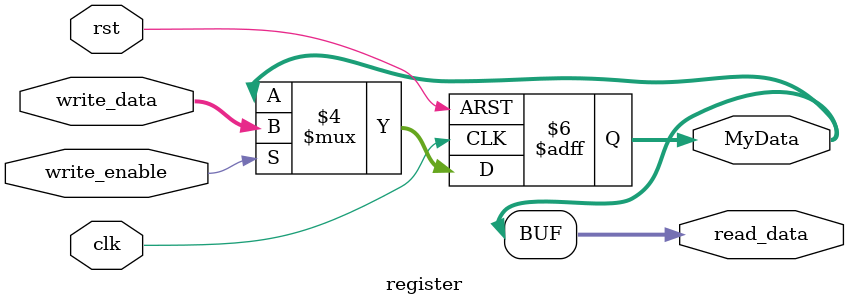
<source format=v>
module register#(parameter regBits =16 )(write_enable,read_data,write_data,rst,clk,MyData);
input clk;
input rst;
input write_enable;
input [regBits-1:0] write_data;
output [regBits-1:0] read_data;
reg[regBits-1:0] read_data;
output[regBits-1:0] MyData;
reg[regBits-1:0] MyData;

always @*
begin
read_data= MyData;
end

always@(negedge clk or posedge rst)
begin
if(rst)
   MyData=0;
else if(write_enable)
 begin
 MyData=write_data;
 end
////////////////
end


endmodule

</source>
